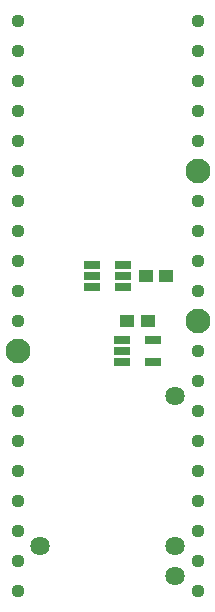
<source format=gbr>
G04 EAGLE Gerber RS-274X export*
G75*
%MOMM*%
%FSLAX34Y34*%
%LPD*%
%INSoldermask Top*%
%IPPOS*%
%AMOC8*
5,1,8,0,0,1.08239X$1,22.5*%
G01*
%ADD10C,1.127000*%
%ADD11C,2.100000*%
%ADD12C,1.627000*%
%ADD13R,1.227000X1.127000*%
%ADD14R,1.447800X0.685800*%


D10*
X0Y0D03*
X0Y25400D03*
X0Y50800D03*
X0Y76200D03*
X0Y101600D03*
X0Y127000D03*
X0Y152400D03*
X0Y177800D03*
X0Y203200D03*
X0Y228600D03*
X0Y254000D03*
X0Y279400D03*
X0Y304800D03*
X0Y330200D03*
X0Y355600D03*
X0Y381000D03*
X0Y406400D03*
X0Y431800D03*
X0Y457200D03*
X0Y482600D03*
X152400Y0D03*
X152400Y25400D03*
X152400Y50800D03*
X152400Y76200D03*
X152400Y101600D03*
X152400Y127000D03*
X152400Y152400D03*
X152400Y177800D03*
X152400Y203200D03*
X152400Y228600D03*
X152400Y254000D03*
X152400Y279400D03*
X152400Y304800D03*
X152400Y330200D03*
X152400Y355600D03*
X152400Y381000D03*
X152400Y406400D03*
X152400Y431800D03*
X152400Y457200D03*
X152400Y482600D03*
D11*
X0Y203200D03*
X152400Y228600D03*
X152400Y355600D03*
D12*
X152400Y228600D03*
D13*
X108638Y266700D03*
X125638Y266700D03*
X93100Y228600D03*
X110100Y228600D03*
D12*
X133350Y38100D03*
X133350Y12700D03*
X0Y203200D03*
X152400Y355600D03*
D14*
X88646Y212598D03*
X88646Y203200D03*
X88646Y193802D03*
X114554Y193802D03*
X114554Y212598D03*
X89154Y257302D03*
X89154Y266700D03*
X89154Y276098D03*
X63246Y276098D03*
X63246Y257302D03*
X63246Y266700D03*
D12*
X19050Y38100D03*
X133350Y165100D03*
M02*

</source>
